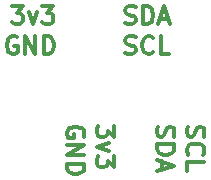
<source format=gto>
G04 #@! TF.GenerationSoftware,KiCad,Pcbnew,(5.0.0-rc2-dev-222-g3b0a758)*
G04 #@! TF.CreationDate,2018-06-01T00:26:23+02:00*
G04 #@! TF.ProjectId,BelgradeShittyAddonAdapter,42656C67726164655368697474794164,rev?*
G04 #@! TF.SameCoordinates,Original*
G04 #@! TF.FileFunction,Legend,Top*
G04 #@! TF.FilePolarity,Positive*
%FSLAX46Y46*%
G04 Gerber Fmt 4.6, Leading zero omitted, Abs format (unit mm)*
G04 Created by KiCad (PCBNEW (5.0.0-rc2-dev-222-g3b0a758)) date Friday, 01 June 2018 at 00:26:23*
%MOMM*%
%LPD*%
G01*
G04 APERTURE LIST*
%ADD10C,0.300000*%
G04 APERTURE END LIST*
D10*
X95912857Y-83030714D02*
X95841428Y-83245000D01*
X95841428Y-83602142D01*
X95912857Y-83745000D01*
X95984285Y-83816428D01*
X96127142Y-83887857D01*
X96270000Y-83887857D01*
X96412857Y-83816428D01*
X96484285Y-83745000D01*
X96555714Y-83602142D01*
X96627142Y-83316428D01*
X96698571Y-83173571D01*
X96770000Y-83102142D01*
X96912857Y-83030714D01*
X97055714Y-83030714D01*
X97198571Y-83102142D01*
X97270000Y-83173571D01*
X97341428Y-83316428D01*
X97341428Y-83673571D01*
X97270000Y-83887857D01*
X95984285Y-85387857D02*
X95912857Y-85316428D01*
X95841428Y-85102142D01*
X95841428Y-84959285D01*
X95912857Y-84745000D01*
X96055714Y-84602142D01*
X96198571Y-84530714D01*
X96484285Y-84459285D01*
X96698571Y-84459285D01*
X96984285Y-84530714D01*
X97127142Y-84602142D01*
X97270000Y-84745000D01*
X97341428Y-84959285D01*
X97341428Y-85102142D01*
X97270000Y-85316428D01*
X97198571Y-85387857D01*
X95841428Y-86745000D02*
X95841428Y-86030714D01*
X97341428Y-86030714D01*
X93372857Y-83030714D02*
X93301428Y-83245000D01*
X93301428Y-83602142D01*
X93372857Y-83745000D01*
X93444285Y-83816428D01*
X93587142Y-83887857D01*
X93730000Y-83887857D01*
X93872857Y-83816428D01*
X93944285Y-83745000D01*
X94015714Y-83602142D01*
X94087142Y-83316428D01*
X94158571Y-83173571D01*
X94230000Y-83102142D01*
X94372857Y-83030714D01*
X94515714Y-83030714D01*
X94658571Y-83102142D01*
X94730000Y-83173571D01*
X94801428Y-83316428D01*
X94801428Y-83673571D01*
X94730000Y-83887857D01*
X93301428Y-84530714D02*
X94801428Y-84530714D01*
X94801428Y-84887857D01*
X94730000Y-85102142D01*
X94587142Y-85245000D01*
X94444285Y-85316428D01*
X94158571Y-85387857D01*
X93944285Y-85387857D01*
X93658571Y-85316428D01*
X93515714Y-85245000D01*
X93372857Y-85102142D01*
X93301428Y-84887857D01*
X93301428Y-84530714D01*
X93730000Y-85959285D02*
X93730000Y-86673571D01*
X93301428Y-85816428D02*
X94801428Y-86316428D01*
X93301428Y-86816428D01*
X89721428Y-82959285D02*
X89721428Y-83887857D01*
X89150000Y-83387857D01*
X89150000Y-83602142D01*
X89078571Y-83745000D01*
X89007142Y-83816428D01*
X88864285Y-83887857D01*
X88507142Y-83887857D01*
X88364285Y-83816428D01*
X88292857Y-83745000D01*
X88221428Y-83602142D01*
X88221428Y-83173571D01*
X88292857Y-83030714D01*
X88364285Y-82959285D01*
X89221428Y-84387857D02*
X88221428Y-84745000D01*
X89221428Y-85102142D01*
X89721428Y-85530714D02*
X89721428Y-86459285D01*
X89150000Y-85959285D01*
X89150000Y-86173571D01*
X89078571Y-86316428D01*
X89007142Y-86387857D01*
X88864285Y-86459285D01*
X88507142Y-86459285D01*
X88364285Y-86387857D01*
X88292857Y-86316428D01*
X88221428Y-86173571D01*
X88221428Y-85745000D01*
X88292857Y-85602142D01*
X88364285Y-85530714D01*
X87110000Y-83887857D02*
X87181428Y-83745000D01*
X87181428Y-83530714D01*
X87110000Y-83316428D01*
X86967142Y-83173571D01*
X86824285Y-83102142D01*
X86538571Y-83030714D01*
X86324285Y-83030714D01*
X86038571Y-83102142D01*
X85895714Y-83173571D01*
X85752857Y-83316428D01*
X85681428Y-83530714D01*
X85681428Y-83673571D01*
X85752857Y-83887857D01*
X85824285Y-83959285D01*
X86324285Y-83959285D01*
X86324285Y-83673571D01*
X85681428Y-84602142D02*
X87181428Y-84602142D01*
X85681428Y-85459285D01*
X87181428Y-85459285D01*
X85681428Y-86173571D02*
X87181428Y-86173571D01*
X87181428Y-86530714D01*
X87110000Y-86745000D01*
X86967142Y-86887857D01*
X86824285Y-86959285D01*
X86538571Y-87030714D01*
X86324285Y-87030714D01*
X86038571Y-86959285D01*
X85895714Y-86887857D01*
X85752857Y-86745000D01*
X85681428Y-86530714D01*
X85681428Y-86173571D01*
X90650714Y-76807142D02*
X90865000Y-76878571D01*
X91222142Y-76878571D01*
X91365000Y-76807142D01*
X91436428Y-76735714D01*
X91507857Y-76592857D01*
X91507857Y-76450000D01*
X91436428Y-76307142D01*
X91365000Y-76235714D01*
X91222142Y-76164285D01*
X90936428Y-76092857D01*
X90793571Y-76021428D01*
X90722142Y-75950000D01*
X90650714Y-75807142D01*
X90650714Y-75664285D01*
X90722142Y-75521428D01*
X90793571Y-75450000D01*
X90936428Y-75378571D01*
X91293571Y-75378571D01*
X91507857Y-75450000D01*
X93007857Y-76735714D02*
X92936428Y-76807142D01*
X92722142Y-76878571D01*
X92579285Y-76878571D01*
X92365000Y-76807142D01*
X92222142Y-76664285D01*
X92150714Y-76521428D01*
X92079285Y-76235714D01*
X92079285Y-76021428D01*
X92150714Y-75735714D01*
X92222142Y-75592857D01*
X92365000Y-75450000D01*
X92579285Y-75378571D01*
X92722142Y-75378571D01*
X92936428Y-75450000D01*
X93007857Y-75521428D01*
X94365000Y-76878571D02*
X93650714Y-76878571D01*
X93650714Y-75378571D01*
X90650714Y-74267142D02*
X90865000Y-74338571D01*
X91222142Y-74338571D01*
X91365000Y-74267142D01*
X91436428Y-74195714D01*
X91507857Y-74052857D01*
X91507857Y-73910000D01*
X91436428Y-73767142D01*
X91365000Y-73695714D01*
X91222142Y-73624285D01*
X90936428Y-73552857D01*
X90793571Y-73481428D01*
X90722142Y-73410000D01*
X90650714Y-73267142D01*
X90650714Y-73124285D01*
X90722142Y-72981428D01*
X90793571Y-72910000D01*
X90936428Y-72838571D01*
X91293571Y-72838571D01*
X91507857Y-72910000D01*
X92150714Y-74338571D02*
X92150714Y-72838571D01*
X92507857Y-72838571D01*
X92722142Y-72910000D01*
X92865000Y-73052857D01*
X92936428Y-73195714D01*
X93007857Y-73481428D01*
X93007857Y-73695714D01*
X92936428Y-73981428D01*
X92865000Y-74124285D01*
X92722142Y-74267142D01*
X92507857Y-74338571D01*
X92150714Y-74338571D01*
X93579285Y-73910000D02*
X94293571Y-73910000D01*
X93436428Y-74338571D02*
X93936428Y-72838571D01*
X94436428Y-74338571D01*
X81466428Y-75450000D02*
X81323571Y-75378571D01*
X81109285Y-75378571D01*
X80895000Y-75450000D01*
X80752142Y-75592857D01*
X80680714Y-75735714D01*
X80609285Y-76021428D01*
X80609285Y-76235714D01*
X80680714Y-76521428D01*
X80752142Y-76664285D01*
X80895000Y-76807142D01*
X81109285Y-76878571D01*
X81252142Y-76878571D01*
X81466428Y-76807142D01*
X81537857Y-76735714D01*
X81537857Y-76235714D01*
X81252142Y-76235714D01*
X82180714Y-76878571D02*
X82180714Y-75378571D01*
X83037857Y-76878571D01*
X83037857Y-75378571D01*
X83752142Y-76878571D02*
X83752142Y-75378571D01*
X84109285Y-75378571D01*
X84323571Y-75450000D01*
X84466428Y-75592857D01*
X84537857Y-75735714D01*
X84609285Y-76021428D01*
X84609285Y-76235714D01*
X84537857Y-76521428D01*
X84466428Y-76664285D01*
X84323571Y-76807142D01*
X84109285Y-76878571D01*
X83752142Y-76878571D01*
X81049285Y-72838571D02*
X81977857Y-72838571D01*
X81477857Y-73410000D01*
X81692142Y-73410000D01*
X81835000Y-73481428D01*
X81906428Y-73552857D01*
X81977857Y-73695714D01*
X81977857Y-74052857D01*
X81906428Y-74195714D01*
X81835000Y-74267142D01*
X81692142Y-74338571D01*
X81263571Y-74338571D01*
X81120714Y-74267142D01*
X81049285Y-74195714D01*
X82477857Y-73338571D02*
X82835000Y-74338571D01*
X83192142Y-73338571D01*
X83620714Y-72838571D02*
X84549285Y-72838571D01*
X84049285Y-73410000D01*
X84263571Y-73410000D01*
X84406428Y-73481428D01*
X84477857Y-73552857D01*
X84549285Y-73695714D01*
X84549285Y-74052857D01*
X84477857Y-74195714D01*
X84406428Y-74267142D01*
X84263571Y-74338571D01*
X83835000Y-74338571D01*
X83692142Y-74267142D01*
X83620714Y-74195714D01*
M02*

</source>
